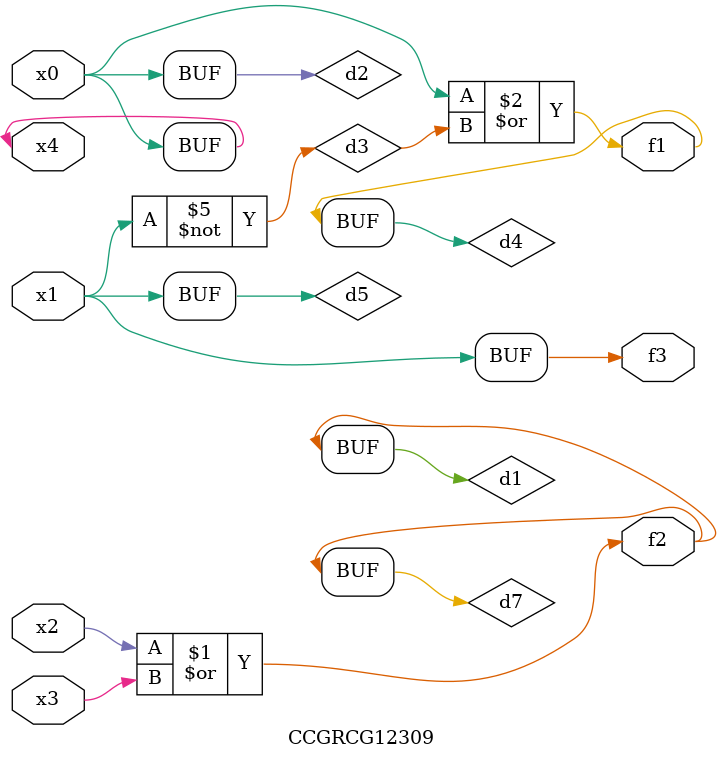
<source format=v>
module CCGRCG12309(
	input x0, x1, x2, x3, x4,
	output f1, f2, f3
);

	wire d1, d2, d3, d4, d5, d6, d7;

	or (d1, x2, x3);
	buf (d2, x0, x4);
	not (d3, x1);
	or (d4, d2, d3);
	not (d5, d3);
	nand (d6, d1, d3);
	or (d7, d1);
	assign f1 = d4;
	assign f2 = d7;
	assign f3 = d5;
endmodule

</source>
